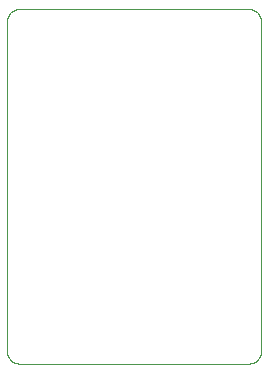
<source format=gm1>
G04 #@! TF.GenerationSoftware,KiCad,Pcbnew,(6.0.0-rc1-dev-1481-g5e705347b)*
G04 #@! TF.CreationDate,2019-02-23T13:38:53+00:00
G04 #@! TF.ProjectId,qUarkNano_9250,71556172-6b4e-4616-9e6f-5f393235302e,rev?*
G04 #@! TF.SameCoordinates,Original*
G04 #@! TF.FileFunction,Profile,NP*
%FSLAX46Y46*%
G04 Gerber Fmt 4.6, Leading zero omitted, Abs format (unit mm)*
G04 Created by KiCad (PCBNEW (6.0.0-rc1-dev-1481-g5e705347b)) date 23/02/2019 13:38:53*
%MOMM*%
%LPD*%
G04 APERTURE LIST*
%ADD10C,0.100000*%
G04 APERTURE END LIST*
D10*
X155854110Y-85965865D02*
X155685729Y-85920757D01*
X156378096Y-86405547D02*
X156278132Y-86262763D01*
X135670050Y-85965865D02*
X135512084Y-86039527D01*
X156451777Y-115247577D02*
X156496886Y-115079196D01*
X156512088Y-114905551D02*
X156512088Y-114625551D01*
X156512088Y-114625551D02*
X156512088Y-86905559D01*
X135146064Y-86405547D02*
X135072383Y-86563533D01*
X135072383Y-86563533D02*
X135027274Y-86731914D01*
X155317083Y-115905555D02*
X155512084Y-115905555D01*
X135369300Y-86139510D02*
X135246028Y-86262763D01*
X156451777Y-86563533D02*
X156378096Y-86405547D01*
X136012076Y-85905555D02*
X135838431Y-85920757D01*
X155512084Y-115905555D02*
X155685729Y-115890353D01*
X156154860Y-86139510D02*
X156012076Y-86039527D01*
X156512088Y-86905559D02*
X156496886Y-86731914D01*
X156012076Y-115771583D02*
X156154860Y-115671600D01*
X156012076Y-86039527D02*
X155854110Y-85965865D01*
X135012072Y-87185559D02*
X135012072Y-114905551D01*
X135246028Y-86262763D02*
X135146064Y-86405547D01*
X156496886Y-115079196D02*
X156512088Y-114905551D01*
X135246028Y-115548347D02*
X135369300Y-115671600D01*
X156154860Y-115671600D02*
X156278132Y-115548347D01*
X135369300Y-115671600D02*
X135512084Y-115771583D01*
X135838431Y-85920757D02*
X135670050Y-85965865D01*
X135027274Y-86731914D02*
X135012072Y-86905559D01*
X135670050Y-115845245D02*
X135838431Y-115890353D01*
X155685729Y-85920757D02*
X155512084Y-85905555D01*
X135027274Y-115079196D02*
X135072383Y-115247577D01*
X156278132Y-86262763D02*
X156154860Y-86139510D01*
X135838431Y-115890353D02*
X136012076Y-115905555D01*
X135512084Y-115771583D02*
X135670050Y-115845245D01*
X155512084Y-85905555D02*
X136207077Y-85905555D01*
X135072383Y-115247577D02*
X135146064Y-115405563D01*
X136207077Y-85905555D02*
X136012076Y-85905555D01*
X135146064Y-115405563D02*
X135246028Y-115548347D01*
X156496886Y-86731914D02*
X156451777Y-86563533D01*
X155854110Y-115845245D02*
X156012076Y-115771583D01*
X156378096Y-115405563D02*
X156451777Y-115247577D01*
X135012072Y-86905559D02*
X135012072Y-87185559D01*
X135512084Y-86039527D02*
X135369300Y-86139510D01*
X156278132Y-115548347D02*
X156378096Y-115405563D01*
X135012224Y-114907288D02*
X135027274Y-115079196D01*
X155685729Y-115890353D02*
X155854110Y-115845245D01*
X136012076Y-115905555D02*
X155317083Y-115905555D01*
M02*

</source>
